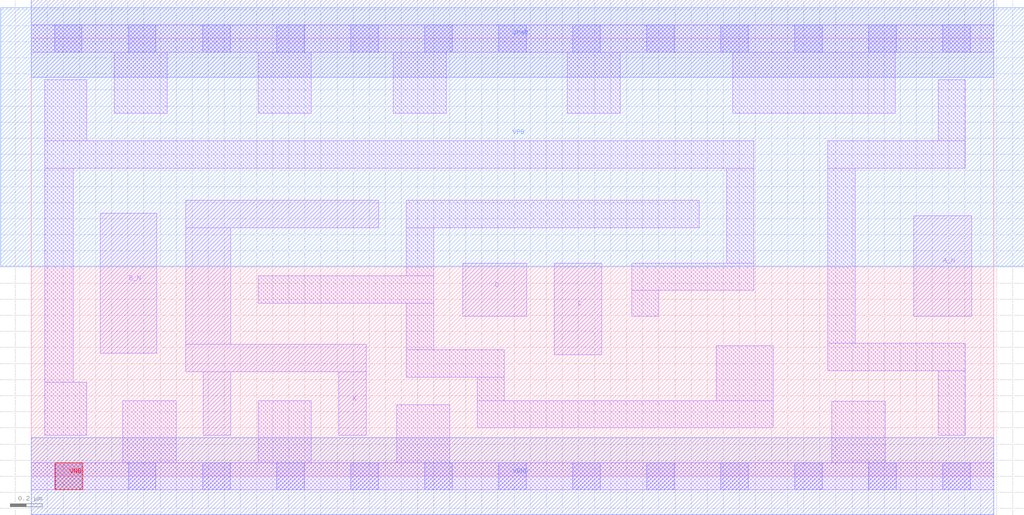
<source format=lef>
# Copyright 2020 The SkyWater PDK Authors
#
# Licensed under the Apache License, Version 2.0 (the "License");
# you may not use this file except in compliance with the License.
# You may obtain a copy of the License at
#
#     https://www.apache.org/licenses/LICENSE-2.0
#
# Unless required by applicable law or agreed to in writing, software
# distributed under the License is distributed on an "AS IS" BASIS,
# WITHOUT WARRANTIES OR CONDITIONS OF ANY KIND, either express or implied.
# See the License for the specific language governing permissions and
# limitations under the License.
#
# SPDX-License-Identifier: Apache-2.0

VERSION 5.7 ;
  NOWIREEXTENSIONATPIN ON ;
  DIVIDERCHAR "/" ;
  BUSBITCHARS "[]" ;
MACRO sky130_fd_sc_hd__and4bb_4
  CLASS CORE ;
  FOREIGN sky130_fd_sc_hd__and4bb_4 ;
  ORIGIN  0.000000  0.000000 ;
  SIZE  5.980000 BY  2.720000 ;
  SYMMETRY X Y R90 ;
  SITE unithd ;
  PIN A_N
    ANTENNAGATEAREA  0.126000 ;
    DIRECTION INPUT ;
    USE SIGNAL ;
    PORT
      LAYER li1 ;
        RECT 5.485000 0.995000 5.845000 1.620000 ;
    END
  END A_N
  PIN B_N
    ANTENNAGATEAREA  0.126000 ;
    DIRECTION INPUT ;
    USE SIGNAL ;
    PORT
      LAYER li1 ;
        RECT 0.430000 0.765000 0.780000 1.635000 ;
    END
  END B_N
  PIN C
    ANTENNAGATEAREA  0.247500 ;
    DIRECTION INPUT ;
    USE SIGNAL ;
    PORT
      LAYER li1 ;
        RECT 3.250000 0.755000 3.545000 1.325000 ;
    END
  END C
  PIN D
    ANTENNAGATEAREA  0.247500 ;
    DIRECTION INPUT ;
    USE SIGNAL ;
    PORT
      LAYER li1 ;
        RECT 2.680000 0.995000 3.080000 1.325000 ;
    END
  END D
  PIN VNB
    PORT
      LAYER pwell ;
        RECT 0.150000 -0.085000 0.320000 0.085000 ;
    END
  END VNB
  PIN VPB
    PORT
      LAYER nwell ;
        RECT -0.190000 1.305000 6.170000 2.910000 ;
    END
  END VPB
  PIN X
    ANTENNADIFFAREA  0.891000 ;
    DIRECTION OUTPUT ;
    USE SIGNAL ;
    PORT
      LAYER li1 ;
        RECT 0.960000 0.650000 2.080000 0.820000 ;
        RECT 0.960000 0.820000 1.240000 1.545000 ;
        RECT 0.960000 1.545000 2.160000 1.715000 ;
        RECT 1.070000 0.255000 1.240000 0.650000 ;
        RECT 1.910000 0.255000 2.080000 0.650000 ;
    END
  END X
  PIN VGND
    DIRECTION INOUT ;
    SHAPE ABUTMENT ;
    USE GROUND ;
    PORT
      LAYER met1 ;
        RECT 0.000000 -0.240000 5.980000 0.240000 ;
    END
  END VGND
  PIN VPWR
    DIRECTION INOUT ;
    SHAPE ABUTMENT ;
    USE POWER ;
    PORT
      LAYER met1 ;
        RECT 0.000000 2.480000 5.980000 2.960000 ;
    END
  END VPWR
  OBS
    LAYER li1 ;
      RECT 0.000000 -0.085000 5.980000 0.085000 ;
      RECT 0.000000  2.635000 5.980000 2.805000 ;
      RECT 0.085000  0.255000 0.345000 0.585000 ;
      RECT 0.085000  0.585000 0.260000 1.915000 ;
      RECT 0.085000  1.915000 4.490000 2.085000 ;
      RECT 0.085000  2.085000 0.345000 2.465000 ;
      RECT 0.515000  2.255000 0.845000 2.635000 ;
      RECT 0.570000  0.085000 0.900000 0.470000 ;
      RECT 1.410000  0.085000 1.740000 0.470000 ;
      RECT 1.410000  1.075000 2.500000 1.245000 ;
      RECT 1.410000  2.255000 1.740000 2.635000 ;
      RECT 2.250000  2.255000 2.580000 2.635000 ;
      RECT 2.270000  0.085000 2.600000 0.445000 ;
      RECT 2.330000  0.615000 2.940000 0.785000 ;
      RECT 2.330000  0.785000 2.500000 1.075000 ;
      RECT 2.330000  1.245000 2.500000 1.545000 ;
      RECT 2.330000  1.545000 4.150000 1.715000 ;
      RECT 2.770000  0.300000 4.610000 0.470000 ;
      RECT 2.770000  0.470000 2.940000 0.615000 ;
      RECT 3.330000  2.255000 3.660000 2.635000 ;
      RECT 3.730000  0.995000 3.900000 1.155000 ;
      RECT 3.730000  1.155000 4.490000 1.325000 ;
      RECT 4.255000  0.470000 4.610000 0.810000 ;
      RECT 4.320000  1.325000 4.490000 1.915000 ;
      RECT 4.360000  2.255000 5.370000 2.635000 ;
      RECT 4.950000  0.655000 5.805000 0.825000 ;
      RECT 4.950000  0.825000 5.120000 1.915000 ;
      RECT 4.950000  1.915000 5.805000 2.085000 ;
      RECT 4.975000  0.085000 5.305000 0.465000 ;
      RECT 5.635000  0.255000 5.805000 0.655000 ;
      RECT 5.635000  2.085000 5.805000 2.465000 ;
    LAYER mcon ;
      RECT 0.145000 -0.085000 0.315000 0.085000 ;
      RECT 0.145000  2.635000 0.315000 2.805000 ;
      RECT 0.605000 -0.085000 0.775000 0.085000 ;
      RECT 0.605000  2.635000 0.775000 2.805000 ;
      RECT 1.065000 -0.085000 1.235000 0.085000 ;
      RECT 1.065000  2.635000 1.235000 2.805000 ;
      RECT 1.525000 -0.085000 1.695000 0.085000 ;
      RECT 1.525000  2.635000 1.695000 2.805000 ;
      RECT 1.985000 -0.085000 2.155000 0.085000 ;
      RECT 1.985000  2.635000 2.155000 2.805000 ;
      RECT 2.445000 -0.085000 2.615000 0.085000 ;
      RECT 2.445000  2.635000 2.615000 2.805000 ;
      RECT 2.905000 -0.085000 3.075000 0.085000 ;
      RECT 2.905000  2.635000 3.075000 2.805000 ;
      RECT 3.365000 -0.085000 3.535000 0.085000 ;
      RECT 3.365000  2.635000 3.535000 2.805000 ;
      RECT 3.825000 -0.085000 3.995000 0.085000 ;
      RECT 3.825000  2.635000 3.995000 2.805000 ;
      RECT 4.285000 -0.085000 4.455000 0.085000 ;
      RECT 4.285000  2.635000 4.455000 2.805000 ;
      RECT 4.745000 -0.085000 4.915000 0.085000 ;
      RECT 4.745000  2.635000 4.915000 2.805000 ;
      RECT 5.205000 -0.085000 5.375000 0.085000 ;
      RECT 5.205000  2.635000 5.375000 2.805000 ;
      RECT 5.665000 -0.085000 5.835000 0.085000 ;
      RECT 5.665000  2.635000 5.835000 2.805000 ;
  END
END sky130_fd_sc_hd__and4bb_4
END LIBRARY

</source>
